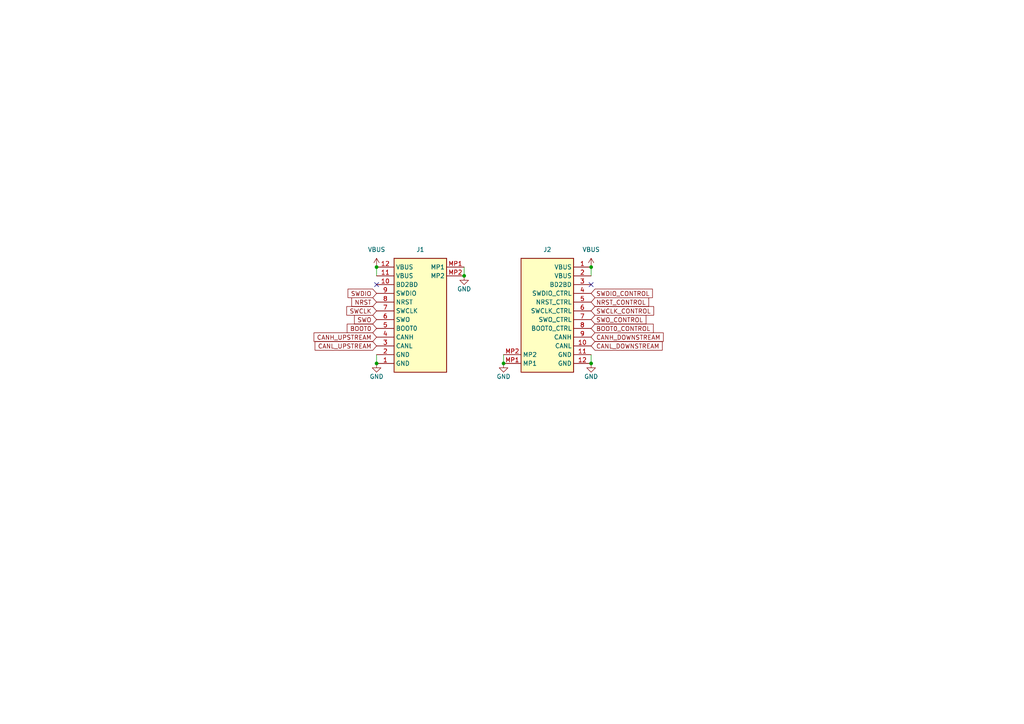
<source format=kicad_sch>
(kicad_sch (version 20231120) (generator "eeschema") (generator_version "8.0")
  (paper "A4")
  (lib_symbols
    (symbol "TVSC:Bus Connector (Control)"
      (property "Reference" "J" (at 5 -33 0))
      (symbol "Bus Connector (Control)_1_1"
        (rectangle (start 5.08 2.54) (end 20.32 -30.48) (stroke (width 0.254)) (fill (type background)))
        (pin passive line (at 0 -27.94 0) (length 5.08) (name "VBUS") (number "1"))
        (pin passive line (at 0 -5.08 0) (length 5.08) (name "CANL") (number "10"))
        (pin passive line (at 0 -2.54 0) (length 5.08) (name "GND") (number "11"))
        (pin passive line (at 0 0 0) (length 5.08) (name "GND") (number "12"))
        (pin passive line (at 0 -25.4 0) (length 5.08) (name "VBUS") (number "2"))
        (pin passive line (at 0 -22.86 0) (length 5.08) (name "BD2BD") (number "3"))
        (pin passive line (at 0 -20.32 0) (length 5.08) (name "SWDIO_CTRL") (number "4"))
        (pin passive line (at 0 -17.78 0) (length 5.08) (name "NRST_CTRL") (number "5"))
        (pin passive line (at 0 -15.24 0) (length 5.08) (name "SWCLK_CTRL") (number "6"))
        (pin passive line (at 0 -12.7 0) (length 5.08) (name "SWO_CTRL") (number "7"))
        (pin passive line (at 0 -10.16 0) (length 5.08) (name "BOOT0_CTRL") (number "8"))
        (pin passive line (at 0 -7.62 0) (length 5.08) (name "CANH") (number "9"))
        (pin passive line (at 25.4 0 180) (length 5.08) (name "MP1") (number "MP1"))
        (pin passive line (at 25.4 -2.54 180) (length 5.08) (name "MP2") (number "MP2"))
      )
    )
    (symbol "TVSC:Bus Connector (Target)"
      (property "Reference" "J" (at 5 -33 0))
      (symbol "Bus Connector (Target)_1_1"
        (rectangle (start 5.08 2.54) (end 20.32 -30.48) (stroke (width 0.254)) (fill (type background)))
        (pin passive line (at 0 -27.94 0) (length 5.08) (name "GND") (number "1"))
        (pin passive line (at 0 -5.08 0) (length 5.08) (name "BD2BD") (number "10"))
        (pin passive line (at 0 -2.54 0) (length 5.08) (name "VBUS") (number "11"))
        (pin passive line (at 0 0 0) (length 5.08) (name "VBUS") (number "12"))
        (pin passive line (at 0 -25.4 0) (length 5.08) (name "GND") (number "2"))
        (pin passive line (at 0 -22.86 0) (length 5.08) (name "CANL") (number "3"))
        (pin passive line (at 0 -20.32 0) (length 5.08) (name "CANH") (number "4"))
        (pin passive line (at 0 -17.78 0) (length 5.08) (name "BOOT0") (number "5"))
        (pin passive line (at 0 -15.24 0) (length 5.08) (name "SWO") (number "6"))
        (pin passive line (at 0 -12.7 0) (length 5.08) (name "SWCLK") (number "7"))
        (pin passive line (at 0 -10.16 0) (length 5.08) (name "NRST") (number "8"))
        (pin passive line (at 0 -7.62 0) (length 5.08) (name "SWDIO") (number "9"))
        (pin passive line (at 25.4 0 180) (length 5.08) (name "MP1") (number "MP1"))
        (pin passive line (at 25.4 -2.54 180) (length 5.08) (name "MP2") (number "MP2"))
      )
    )
    (symbol "power:GND" (power) (pin_numbers hide) (pin_names (offset 0) hide)
      (property "Value" "GND" (at 0 -3.81 0))
      (symbol "GND_0_1"
        (polyline (pts (xy 0 0) (xy 0 -1.27) (xy 1.27 -1.27) (xy 0 -2.54) (xy -1.27 -1.27) (xy 0 -1.27)))
      )
      (symbol "GND_1_1"
        (pin power_in line (at 0 0 270) (length 0) (name "~") (number "1"))
      )
    )
    (symbol "power:VBUS" (power) (pin_numbers hide) (pin_names (offset 0) hide)
      (property "Value" "VBUS" (at 0 3.556 0))
      (symbol "VBUS_0_1"
        (polyline (pts (xy -0.762 1.27) (xy 0 2.54)))
        (polyline (pts (xy 0 0) (xy 0 2.54)))
        (polyline (pts (xy 0 2.54) (xy 0.762 1.27)))
      )
      (symbol "VBUS_1_1"
        (pin power_in line (at 0 0 90) (length 0) (name "~") (number "1"))
      )
    )
  )
  (junction (at 109.22 77.47))
  (junction (at 146.05 105.41))
  (junction (at 171.45 77.47))
  (junction (at 171.45 105.41))
  (junction (at 134.62 80.01))
  (junction (at 109.22 105.41))
  (no_connect (at 109.22 82.55))
  (no_connect (at 171.45 82.55))
  (wire (pts (xy 146.05 102.87) (xy 146.05 105.41)))
  (wire (pts (xy 134.62 77.47) (xy 134.62 80.01)))
  (wire (pts (xy 109.22 102.87) (xy 109.22 105.41)))
  (wire (pts (xy 109.22 77.47) (xy 109.22 80.01)))
  (wire (pts (xy 171.45 77.47) (xy 171.45 80.01)))
  (wire (pts (xy 171.45 102.87) (xy 171.45 105.41)))
  (global_label "NRST_CONTROL" (shape input) (at 171.45 87.63 0) (property "Intersheetrefs" "${INTERSHEET_REFS}" (effects (hide yes))))
  (global_label "SWDIO" (shape input) (at 109.22 85.09 180) (property "Intersheetrefs" "${INTERSHEET_REFS}" (effects (hide yes))))
  (global_label "BOOT0_CONTROL" (shape input) (at 171.45 95.25 0) (property "Intersheetrefs" "${INTERSHEET_REFS}" (effects (hide yes))))
  (global_label "SWCLK" (shape input) (at 109.22 90.17 180) (property "Intersheetrefs" "${INTERSHEET_REFS}" (effects (hide yes))))
  (global_label "CANL_UPSTREAM" (shape input) (at 109.22 100.33 180) (property "Intersheetrefs" "${INTERSHEET_REFS}" (effects (hide yes))))
  (global_label "BOOT0" (shape input) (at 109.22 95.25 180) (property "Intersheetrefs" "${INTERSHEET_REFS}" (effects (hide yes))))
  (global_label "CANH_UPSTREAM" (shape input) (at 109.22 97.79 180) (property "Intersheetrefs" "${INTERSHEET_REFS}" (effects (hide yes))))
  (global_label "SWDIO_CONTROL" (shape input) (at 171.45 85.09 0) (property "Intersheetrefs" "${INTERSHEET_REFS}" (effects (hide yes))))
  (global_label "SWO_CONTROL" (shape input) (at 171.45 92.71 0) (property "Intersheetrefs" "${INTERSHEET_REFS}" (effects (hide yes))))
  (global_label "CANH_DOWNSTREAM" (shape input) (at 171.45 97.79 0) (property "Intersheetrefs" "${INTERSHEET_REFS}" (effects (hide yes))))
  (global_label "SWCLK_CONTROL" (shape input) (at 171.45 90.17 0) (property "Intersheetrefs" "${INTERSHEET_REFS}" (effects (hide yes))))
  (global_label "CANL_DOWNSTREAM" (shape input) (at 171.45 100.33 0) (property "Intersheetrefs" "${INTERSHEET_REFS}" (effects (hide yes))))
  (global_label "SWO" (shape input) (at 109.22 92.71 180) (property "Intersheetrefs" "${INTERSHEET_REFS}" (effects (hide yes))))
  (global_label "NRST" (shape input) (at 109.22 87.63 180) (property "Intersheetrefs" "${INTERSHEET_REFS}" (effects (hide yes))))
  (symbol (lib_id "power:GND") (at 109.22 105.41 0) (unit 1)
    (property "Reference" "#PWR020" (effects (hide yes)))
    (property "Value" "GND" (at 109.22 109.22 0))
  )
  (symbol (lib_id "TVSC:Bus Connector (Target)") (at 109.22 77.47 0) (unit 1)
    (property "Reference" "J1" (at 121.92 72.39 0))
    (property "Value" "Molex_504050-1291" (effects (hide yes)))
    (property "Footprint" "footprints:Bus Connector (Target)" (effects (hide yes)))
    (property "Datasheet" "https://www.molex.com/en-us/products/part-detail/5040501291" (effects (hide yes)))
    (property "Manufacturer" "Molex" (effects (hide yes)))
    (property "Manufacturer Part Number" "504050-1291" (effects (hide yes)))
    (property "MPN" "C563982" (effects (hide yes)))
    (property "Active" "Y" (effects (hide yes)))
    (property "Basic or Extended Component" "Extended" (effects (hide yes)))
  )
  (symbol (lib_id "power:VBUS") (at 171.45 77.47 0) (unit 1)
    (property "Reference" "#PWR018" (effects (hide yes)))
    (property "Value" "VBUS" (at 171.45 72.39 0))
  )
  (symbol (lib_id "TVSC:Bus Connector (Control)") (at 171.45 105.41 180) (unit 1)
    (property "Reference" "J2" (at 158.75 72.39 0))
    (property "Value" "Molex_504050-1291" (effects (hide yes)))
    (property "Footprint" "footprints:Bus Connector (Control)" (effects (hide yes)))
    (property "Datasheet" "https://www.molex.com/en-us/products/part-detail/5040501291" (effects (hide yes)))
    (property "Manufacturer" "Molex" (effects (hide yes)))
    (property "Manufacturer Part Number" "504050-1291" (effects (hide yes)))
    (property "MPN" "C563982" (effects (hide yes)))
    (property "Active" "Y" (effects (hide yes)))
    (property "Basic or Extended Component" "Extended" (effects (hide yes)))
  )
  (symbol (lib_id "power:GND") (at 171.45 105.41 0) (unit 1)
    (property "Reference" "#PWR022" (effects (hide yes)))
    (property "Value" "GND" (at 171.45 109.22 0))
  )
  (symbol (lib_id "power:GND") (at 134.62 80.01 0) (unit 1)
    (property "Reference" "#PWR019" (effects (hide yes)))
    (property "Value" "GND" (at 134.62 83.82 0))
  )
  (symbol (lib_id "power:VBUS") (at 109.22 77.47 0) (unit 1)
    (property "Reference" "#PWR017" (effects (hide yes)))
    (property "Value" "VBUS" (at 109.22 72.39 0))
  )
  (symbol (lib_id "power:GND") (at 146.05 105.41 0) (unit 1)
    (property "Reference" "#PWR021" (effects (hide yes)))
    (property "Value" "GND" (at 146.05 109.22 0))
  )
)
</source>
